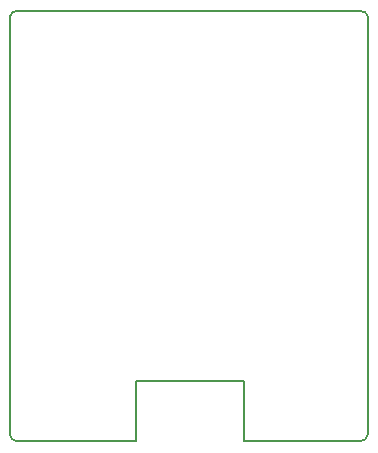
<source format=gko>
G04*
G04 #@! TF.GenerationSoftware,Altium Limited,Altium Designer,24.9.1 (31)*
G04*
G04 Layer_Color=16711935*
%FSLAX44Y44*%
%MOMM*%
G71*
G04*
G04 #@! TF.SameCoordinates,7AD2B3B8-D285-4593-8982-C88D0E3F9F4F*
G04*
G04*
G04 #@! TF.FilePolarity,Positive*
G04*
G01*
G75*
%ADD134C,0.1270*%
D134*
X295910Y1270D02*
G03*
X303530Y7620I635J6985D01*
G01*
X0D02*
G03*
X6350Y1270I6350J0D01*
G01*
Y365760D02*
G03*
X0Y360680I-635J-5715D01*
G01*
X303530Y360680D02*
G03*
X295910Y365760I-6350J-1270D01*
G01*
X6350Y1270D02*
X106680D01*
Y52070D01*
X198120D01*
Y1270D02*
Y52070D01*
Y1270D02*
X295910D01*
X0Y7620D02*
Y360680D01*
X6350Y365760D02*
X295910Y365760D01*
X303530Y360680D02*
X303530Y7620D01*
M02*

</source>
